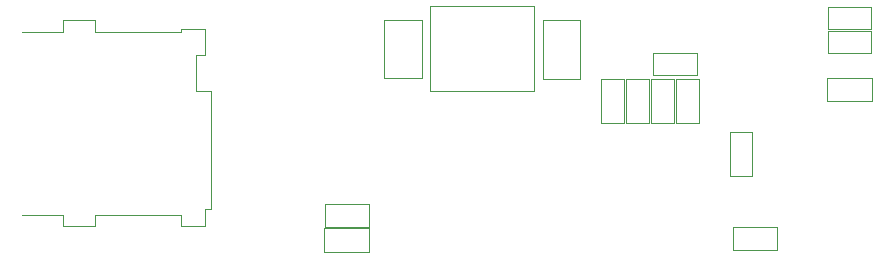
<source format=gbr>
%TF.GenerationSoftware,KiCad,Pcbnew,(5.1.10)-1*%
%TF.CreationDate,2021-08-29T21:18:51+07:00*%
%TF.ProjectId,stm32f405rgt6_Mini,73746d33-3266-4343-9035-726774365f4d,rev?*%
%TF.SameCoordinates,Original*%
%TF.FileFunction,Other,User*%
%FSLAX46Y46*%
G04 Gerber Fmt 4.6, Leading zero omitted, Abs format (unit mm)*
G04 Created by KiCad (PCBNEW (5.1.10)-1) date 2021-08-29 21:18:51*
%MOMM*%
%LPD*%
G01*
G04 APERTURE LIST*
%ADD10C,0.050000*%
G04 APERTURE END LIST*
D10*
%TO.C,C13*%
X126807400Y-89692080D02*
X126807400Y-93452080D01*
X128767400Y-89692080D02*
X126807400Y-89692080D01*
X128767400Y-93452080D02*
X128767400Y-89692080D01*
X126807400Y-93452080D02*
X128767400Y-93452080D01*
%TO.C,J4*%
X75637000Y-101196600D02*
X79137000Y-101196600D01*
X79137000Y-101196600D02*
X79137000Y-102196600D01*
X79137000Y-102196600D02*
X81887000Y-102196600D01*
X81887000Y-102196600D02*
X81887000Y-101196600D01*
X81887000Y-101196600D02*
X89137000Y-101196600D01*
X89137000Y-101196600D02*
X89137000Y-102196600D01*
X89137000Y-102196600D02*
X91137000Y-102196600D01*
X91137000Y-102196600D02*
X91137000Y-100696600D01*
X91137000Y-100696600D02*
X91637000Y-100696600D01*
X91637000Y-100696600D02*
X91637000Y-90696600D01*
X91637000Y-90696600D02*
X90387000Y-90696600D01*
X90387000Y-90696600D02*
X90387000Y-87696600D01*
X90387000Y-87696600D02*
X91137000Y-87696600D01*
X91137000Y-87696600D02*
X91137000Y-85446600D01*
X91137000Y-85446600D02*
X89137000Y-85446600D01*
X89137000Y-85446600D02*
X89137000Y-85696600D01*
X89137000Y-85696600D02*
X81887000Y-85696600D01*
X81887000Y-85696600D02*
X81887000Y-84696600D01*
X81887000Y-84696600D02*
X79137000Y-84696600D01*
X79137000Y-84696600D02*
X79137000Y-85696600D01*
X79137000Y-85696600D02*
X75637000Y-85696600D01*
%TO.C,C1*%
X101294800Y-102249800D02*
X105054800Y-102249800D01*
X101294800Y-100289800D02*
X101294800Y-102249800D01*
X105054800Y-100289800D02*
X101294800Y-100289800D01*
X105054800Y-102249800D02*
X105054800Y-100289800D01*
%TO.C,C3*%
X139636900Y-102212580D02*
X135876900Y-102212580D01*
X139636900Y-104172580D02*
X139636900Y-102212580D01*
X135876900Y-104172580D02*
X139636900Y-104172580D01*
X135876900Y-102212580D02*
X135876900Y-104172580D01*
%TO.C,C7*%
X109555080Y-89670580D02*
X109555080Y-84710580D01*
X106355080Y-89670580D02*
X109555080Y-89670580D01*
X106355080Y-84710580D02*
X106355080Y-89670580D01*
X109555080Y-84710580D02*
X106355080Y-84710580D01*
%TO.C,C8*%
X119748500Y-89701060D02*
X122948500Y-89701060D01*
X122948500Y-89701060D02*
X122948500Y-84741060D01*
X122948500Y-84741060D02*
X119748500Y-84741060D01*
X119748500Y-84741060D02*
X119748500Y-89701060D01*
%TO.C,C9*%
X132981260Y-89679380D02*
X131021260Y-89679380D01*
X131021260Y-89679380D02*
X131021260Y-93439380D01*
X131021260Y-93439380D02*
X132981260Y-93439380D01*
X132981260Y-93439380D02*
X132981260Y-89679380D01*
%TO.C,C10*%
X130893380Y-93449540D02*
X130893380Y-89689540D01*
X128933380Y-93449540D02*
X130893380Y-93449540D01*
X128933380Y-89689540D02*
X128933380Y-93449540D01*
X130893380Y-89689540D02*
X128933380Y-89689540D01*
%TO.C,C11*%
X143839800Y-91607200D02*
X147599800Y-91607200D01*
X143839800Y-89647200D02*
X143839800Y-91607200D01*
X147599800Y-89647200D02*
X143839800Y-89647200D01*
X147599800Y-91607200D02*
X147599800Y-89647200D01*
%TO.C,C12*%
X124696660Y-89689540D02*
X124696660Y-93449540D01*
X126656660Y-89689540D02*
X124696660Y-89689540D01*
X126656660Y-93449540D02*
X126656660Y-89689540D01*
X124696660Y-93449540D02*
X126656660Y-93449540D01*
%TO.C,C15*%
X101284640Y-104324980D02*
X105044640Y-104324980D01*
X101284640Y-102364980D02*
X101284640Y-104324980D01*
X105044640Y-102364980D02*
X101284640Y-102364980D01*
X105044640Y-104324980D02*
X105044640Y-102364980D01*
%TO.C,R3*%
X143882500Y-85498980D02*
X147582500Y-85498980D01*
X143882500Y-83598980D02*
X143882500Y-85498980D01*
X147582500Y-83598980D02*
X143882500Y-83598980D01*
X147582500Y-85498980D02*
X147582500Y-83598980D01*
%TO.C,R8*%
X132802240Y-89382640D02*
X132802240Y-87482640D01*
X132802240Y-87482640D02*
X129102240Y-87482640D01*
X129102240Y-87482640D02*
X129102240Y-89382640D01*
X129102240Y-89382640D02*
X132802240Y-89382640D01*
%TO.C,R10*%
X147582500Y-87538600D02*
X147582500Y-85638600D01*
X147582500Y-85638600D02*
X143882500Y-85638600D01*
X143882500Y-85638600D02*
X143882500Y-87538600D01*
X143882500Y-87538600D02*
X147582500Y-87538600D01*
%TO.C,AMS1117-3.3*%
X110230200Y-83547400D02*
X119030200Y-83547400D01*
X110230200Y-90747400D02*
X110230200Y-83547400D01*
X119030200Y-90747400D02*
X110230200Y-90747400D01*
X119030200Y-83547400D02*
X119030200Y-90747400D01*
%TO.C,R7*%
X135600400Y-94238200D02*
X135600400Y-97938200D01*
X137500400Y-94238200D02*
X135600400Y-94238200D01*
X137500400Y-97938200D02*
X137500400Y-94238200D01*
X135600400Y-97938200D02*
X137500400Y-97938200D01*
%TD*%
M02*

</source>
